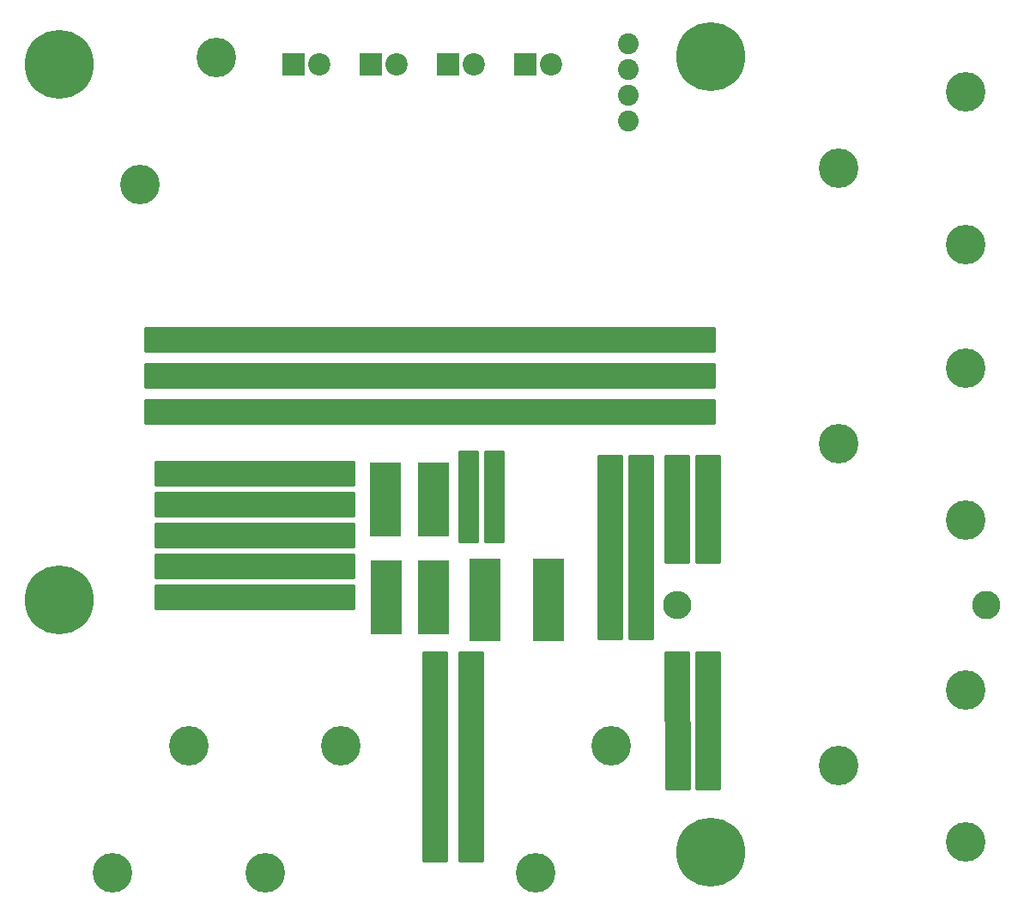
<source format=gbr>
G04 #@! TF.FileFunction,Soldermask,Top*
%FSLAX46Y46*%
G04 Gerber Fmt 4.6, Leading zero omitted, Abs format (unit mm)*
G04 Created by KiCad (PCBNEW 4.0.7) date 01/22/18 20:26:34*
%MOMM*%
%LPD*%
G01*
G04 APERTURE LIST*
%ADD10C,0.100000*%
%ADD11C,3.900000*%
%ADD12R,2.200000X2.200000*%
%ADD13C,2.200000*%
%ADD14C,6.800000*%
%ADD15C,1.200000*%
%ADD16C,2.800000*%
%ADD17O,2.800000X2.800000*%
%ADD18C,2.051000*%
%ADD19R,3.100000X7.400000*%
%ADD20R,3.150000X8.220000*%
%ADD21C,0.254000*%
G04 APERTURE END LIST*
D10*
D11*
X112268000Y-53214800D03*
X104768000Y-65714800D03*
D12*
X135128000Y-53848000D03*
D13*
X137668000Y-53848000D03*
D14*
X161036000Y-53086000D03*
D15*
X163436000Y-53086000D03*
X162733056Y-54783056D03*
X161036000Y-55486000D03*
X159338944Y-54783056D03*
X158636000Y-53086000D03*
X159338944Y-51388944D03*
X161036000Y-50686000D03*
X162733056Y-51388944D03*
D14*
X96774000Y-106680000D03*
D15*
X99174000Y-106680000D03*
X98471056Y-108377056D03*
X96774000Y-109080000D03*
X95076944Y-108377056D03*
X94374000Y-106680000D03*
X95076944Y-104982944D03*
X96774000Y-104280000D03*
X98471056Y-104982944D03*
D14*
X161036000Y-131572000D03*
D15*
X163436000Y-131572000D03*
X162733056Y-133269056D03*
X161036000Y-133972000D03*
X159338944Y-133269056D03*
X158636000Y-131572000D03*
X159338944Y-129874944D03*
X161036000Y-129172000D03*
X162733056Y-129874944D03*
D11*
X186182000Y-98820000D03*
X173682000Y-91320000D03*
X186182000Y-83820000D03*
D16*
X188214000Y-107188000D03*
D17*
X157734000Y-107188000D03*
D12*
X142748000Y-53848000D03*
D13*
X145288000Y-53848000D03*
D12*
X119888000Y-53848000D03*
D13*
X122428000Y-53848000D03*
D12*
X127508000Y-53848000D03*
D13*
X130048000Y-53848000D03*
D11*
X102094000Y-133604000D03*
X109594000Y-121104000D03*
X117094000Y-133604000D03*
X124594000Y-121104000D03*
X186182000Y-71628000D03*
X173682000Y-64128000D03*
X186182000Y-56628000D03*
D18*
X152908000Y-59436000D03*
X152908000Y-56896000D03*
X152908000Y-54356000D03*
X152908000Y-51816000D03*
D11*
X143764000Y-133604000D03*
X151264000Y-121104000D03*
X186182000Y-130570000D03*
X173682000Y-123070000D03*
X186182000Y-115570000D03*
D19*
X129032000Y-106484000D03*
X133732000Y-106484000D03*
X129022000Y-96832000D03*
X133722000Y-96832000D03*
D20*
X145092000Y-106696000D03*
X138832000Y-106696000D03*
D14*
X96774000Y-53848000D03*
D15*
X99174000Y-53848000D03*
X98471056Y-55545056D03*
X96774000Y-56248000D03*
X95076944Y-55545056D03*
X94374000Y-53848000D03*
X95076944Y-52150944D03*
X96774000Y-51448000D03*
X98471056Y-52150944D03*
D21*
G36*
X161417000Y-82169000D02*
X105283000Y-82169000D01*
X105283000Y-79883000D01*
X161417000Y-79883000D01*
X161417000Y-82169000D01*
X161417000Y-82169000D01*
G37*
X161417000Y-82169000D02*
X105283000Y-82169000D01*
X105283000Y-79883000D01*
X161417000Y-79883000D01*
X161417000Y-82169000D01*
G36*
X161417000Y-85725000D02*
X105283000Y-85725000D01*
X105283000Y-83439000D01*
X161417000Y-83439000D01*
X161417000Y-85725000D01*
X161417000Y-85725000D01*
G37*
X161417000Y-85725000D02*
X105283000Y-85725000D01*
X105283000Y-83439000D01*
X161417000Y-83439000D01*
X161417000Y-85725000D01*
G36*
X161417000Y-89281000D02*
X105283000Y-89281000D01*
X105283000Y-86995000D01*
X161417000Y-86995000D01*
X161417000Y-89281000D01*
X161417000Y-89281000D01*
G37*
X161417000Y-89281000D02*
X105283000Y-89281000D01*
X105283000Y-86995000D01*
X161417000Y-86995000D01*
X161417000Y-89281000D01*
G36*
X152273000Y-110520845D02*
X149987000Y-110520845D01*
X149987000Y-92486845D01*
X152273000Y-92486845D01*
X152273000Y-110520845D01*
X152273000Y-110520845D01*
G37*
X152273000Y-110520845D02*
X149987000Y-110520845D01*
X149987000Y-92486845D01*
X152273000Y-92486845D01*
X152273000Y-110520845D01*
G36*
X155321000Y-110520845D02*
X153035000Y-110520845D01*
X153035000Y-92486845D01*
X155321000Y-92486845D01*
X155321000Y-110520845D01*
X155321000Y-110520845D01*
G37*
X155321000Y-110520845D02*
X153035000Y-110520845D01*
X153035000Y-92486845D01*
X155321000Y-92486845D01*
X155321000Y-110520845D01*
G36*
X158877000Y-102997000D02*
X156591000Y-102997000D01*
X156591000Y-92486845D01*
X158877000Y-92486845D01*
X158877000Y-102997000D01*
X158877000Y-102997000D01*
G37*
X158877000Y-102997000D02*
X156591000Y-102997000D01*
X156591000Y-92486845D01*
X158877000Y-92486845D01*
X158877000Y-102997000D01*
G36*
X161925000Y-102997000D02*
X159639000Y-102997000D01*
X159639000Y-92486845D01*
X161925000Y-92486845D01*
X161925000Y-102997000D01*
X161925000Y-102997000D01*
G37*
X161925000Y-102997000D02*
X159639000Y-102997000D01*
X159639000Y-92486845D01*
X161925000Y-92486845D01*
X161925000Y-102997000D01*
G36*
X138557000Y-132461000D02*
X136271000Y-132461000D01*
X136271000Y-111887000D01*
X138557000Y-111887000D01*
X138557000Y-132461000D01*
X138557000Y-132461000D01*
G37*
X138557000Y-132461000D02*
X136271000Y-132461000D01*
X136271000Y-111887000D01*
X138557000Y-111887000D01*
X138557000Y-132461000D01*
G36*
X135001000Y-132461000D02*
X132715000Y-132461000D01*
X132715000Y-111887000D01*
X135001000Y-111887000D01*
X135001000Y-132461000D01*
X135001000Y-132461000D01*
G37*
X135001000Y-132461000D02*
X132715000Y-132461000D01*
X132715000Y-111887000D01*
X135001000Y-111887000D01*
X135001000Y-132461000D01*
G36*
X158939910Y-125349000D02*
X156653914Y-125349000D01*
X156591590Y-111887000D01*
X158877586Y-111887000D01*
X158939910Y-125349000D01*
X158939910Y-125349000D01*
G37*
X158939910Y-125349000D02*
X156653914Y-125349000D01*
X156591590Y-111887000D01*
X158877586Y-111887000D01*
X158939910Y-125349000D01*
G36*
X161925000Y-125349000D02*
X159639000Y-125349000D01*
X159639000Y-111887000D01*
X161925000Y-111887000D01*
X161925000Y-125349000D01*
X161925000Y-125349000D01*
G37*
X161925000Y-125349000D02*
X159639000Y-125349000D01*
X159639000Y-111887000D01*
X161925000Y-111887000D01*
X161925000Y-125349000D01*
G36*
X125857000Y-95377000D02*
X106299000Y-95377000D01*
X106299000Y-93091000D01*
X125857000Y-93091000D01*
X125857000Y-95377000D01*
X125857000Y-95377000D01*
G37*
X125857000Y-95377000D02*
X106299000Y-95377000D01*
X106299000Y-93091000D01*
X125857000Y-93091000D01*
X125857000Y-95377000D01*
G36*
X125857000Y-98425000D02*
X106299000Y-98425000D01*
X106299000Y-96139000D01*
X125857000Y-96139000D01*
X125857000Y-98425000D01*
X125857000Y-98425000D01*
G37*
X125857000Y-98425000D02*
X106299000Y-98425000D01*
X106299000Y-96139000D01*
X125857000Y-96139000D01*
X125857000Y-98425000D01*
G36*
X125857000Y-101473000D02*
X106299000Y-101473000D01*
X106299000Y-99187000D01*
X125857000Y-99187000D01*
X125857000Y-101473000D01*
X125857000Y-101473000D01*
G37*
X125857000Y-101473000D02*
X106299000Y-101473000D01*
X106299000Y-99187000D01*
X125857000Y-99187000D01*
X125857000Y-101473000D01*
G36*
X125857000Y-104521000D02*
X106299000Y-104521000D01*
X106299000Y-102235000D01*
X125857000Y-102235000D01*
X125857000Y-104521000D01*
X125857000Y-104521000D01*
G37*
X125857000Y-104521000D02*
X106299000Y-104521000D01*
X106299000Y-102235000D01*
X125857000Y-102235000D01*
X125857000Y-104521000D01*
G36*
X125857000Y-107569000D02*
X106299000Y-107569000D01*
X106299000Y-105283000D01*
X125857000Y-105283000D01*
X125857000Y-107569000D01*
X125857000Y-107569000D01*
G37*
X125857000Y-107569000D02*
X106299000Y-107569000D01*
X106299000Y-105283000D01*
X125857000Y-105283000D01*
X125857000Y-107569000D01*
G36*
X138049000Y-100965000D02*
X136271000Y-100965000D01*
X136271000Y-92075000D01*
X138049000Y-92075000D01*
X138049000Y-100965000D01*
X138049000Y-100965000D01*
G37*
X138049000Y-100965000D02*
X136271000Y-100965000D01*
X136271000Y-92075000D01*
X138049000Y-92075000D01*
X138049000Y-100965000D01*
G36*
X140589000Y-100965000D02*
X138811000Y-100965000D01*
X138811000Y-92075000D01*
X140589000Y-92075000D01*
X140589000Y-100965000D01*
X140589000Y-100965000D01*
G37*
X140589000Y-100965000D02*
X138811000Y-100965000D01*
X138811000Y-92075000D01*
X140589000Y-92075000D01*
X140589000Y-100965000D01*
M02*

</source>
